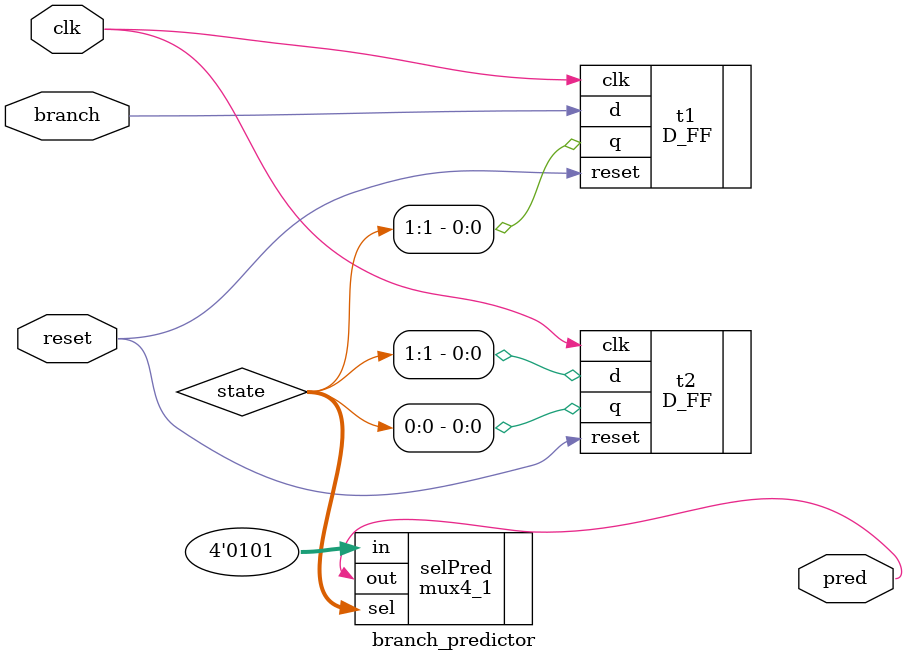
<source format=sv>
module branch_predictor(clk, branch, reset, pred);
	input logic clk, branch, reset;
	output logic pred;
	
	logic [1:0] state;
	
	//2 bit tracker
	// change to enables so that is only updated when a prediction is needed
	D_FF t1 (.q(state[1]), .d(branch), .reset(reset), .clk(clk));
	D_FF t2 (.q(state[0]), .d(state[1]), .reset(reset), .clk(clk));
	
	mux4_1 selPred (.in(4'b0101), .sel(state), .out(pred));
endmodule
</source>
